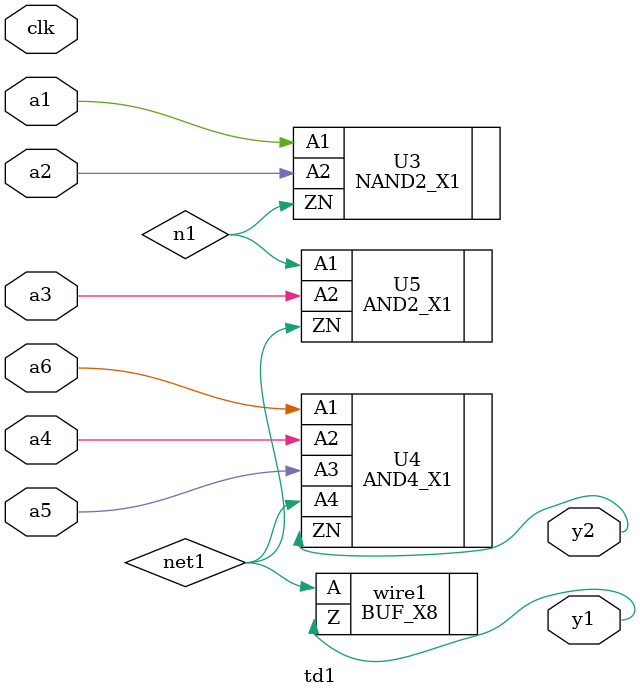
<source format=v>
module td1 (a1,
    a2,
    a3,
    a4, 
    a5,
    a6,
    clk,
    y1,
    y2);

 input a1;
 input a2;
 input a3;
 input a4;
 input a5;
 input a6;         
 input clk;
 output y1;
 output y2;

 wire n1;
 wire net1;
 wire net2;
 wire net3;

 NAND2_X1 U3 (.A1(a1),
	      .A2(a2),
	      .ZN(n1));
   
 AND2_X1 U5 (.A1(n1),
    .A2(a3),
    .ZN(net1));
   
 AND4_X1 U4  (
		       .A1(a6),	
		       .A2(a4),
		       .A3(a5),
		       .A4(net1),		       
		       .ZN(y2)
		       );
    
 BUF_X8 wire1 (.A(net1),
    .Z(y1));

endmodule

</source>
